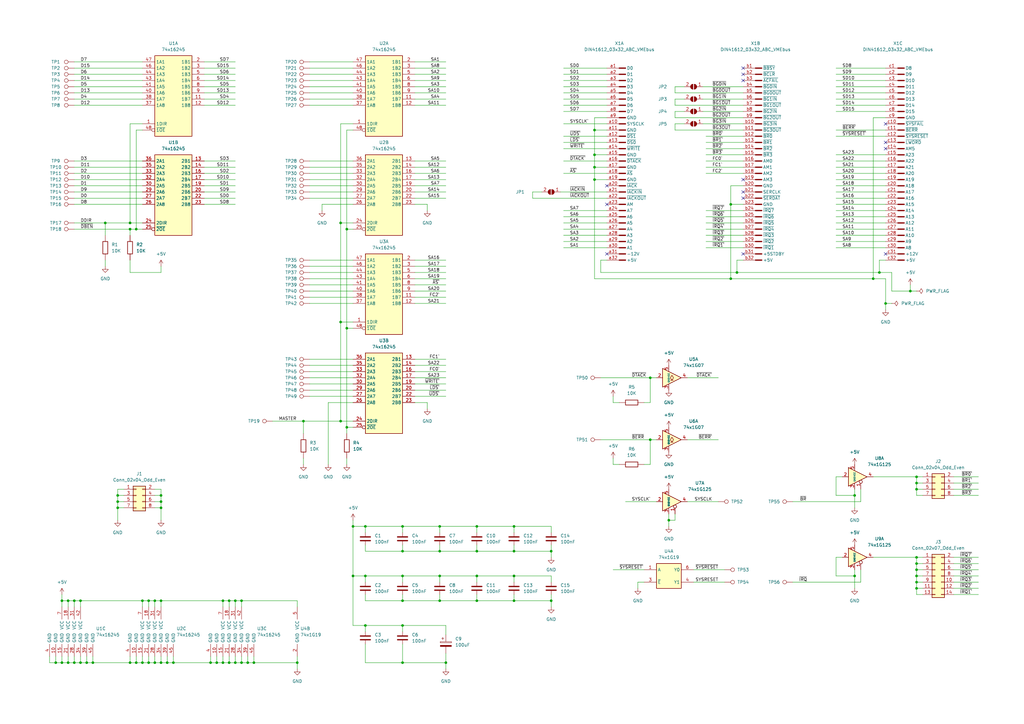
<source format=kicad_sch>
(kicad_sch (version 20211123) (generator eeschema)
  (paper "A3")
  (junction (at 165.1 246.38))
  (junction (at 71.12 271.78))
  (junction (at 25.4 246.38))
  (junction (at 30.48 271.78))
  (junction (at 226.06 226.06))
  (junction (at 96.52 246.38))
  (junction (at 274.32 213.36))
  (junction (at 375.92 233.68))
  (junction (at 375.92 231.14))
  (junction (at 33.02 271.78))
  (junction (at 63.5 271.78))
  (junction (at 165.1 226.06))
  (junction (at 144.78 236.22))
  (junction (at 53.34 271.78))
  (junction (at 165.1 271.78))
  (junction (at 375.92 200.66))
  (junction (at 266.7 154.94))
  (junction (at 93.98 246.38))
  (junction (at 195.58 226.06))
  (junction (at 66.04 208.28))
  (junction (at 165.1 236.22))
  (junction (at 55.88 93.98))
  (junction (at 226.06 246.38))
  (junction (at 139.7 132.08))
  (junction (at 53.34 91.44))
  (junction (at 104.14 271.78))
  (junction (at 142.24 134.62))
  (junction (at 266.7 180.34))
  (junction (at 121.92 271.78))
  (junction (at 66.04 203.2))
  (junction (at 91.44 271.78))
  (junction (at 43.18 91.44))
  (junction (at 180.34 215.9))
  (junction (at 63.5 246.38))
  (junction (at 48.26 203.2))
  (junction (at 165.1 215.9))
  (junction (at 91.44 246.38))
  (junction (at 99.06 271.78))
  (junction (at 96.52 271.78))
  (junction (at 60.96 246.38))
  (junction (at 243.84 68.58))
  (junction (at 66.04 205.74))
  (junction (at 33.02 246.38))
  (junction (at 210.82 236.22))
  (junction (at 180.34 226.06))
  (junction (at 375.92 228.6))
  (junction (at 165.1 256.54))
  (junction (at 99.06 246.38))
  (junction (at 55.88 271.78))
  (junction (at 53.34 93.98))
  (junction (at 375.92 241.3))
  (junction (at 139.7 172.72))
  (junction (at 149.86 236.22))
  (junction (at 375.92 238.76))
  (junction (at 363.22 124.46))
  (junction (at 299.72 83.82))
  (junction (at 22.86 271.78))
  (junction (at 350.52 203.2))
  (junction (at 375.92 236.22))
  (junction (at 142.24 93.98))
  (junction (at 358.14 114.3))
  (junction (at 375.92 195.58))
  (junction (at 88.9 271.78))
  (junction (at 195.58 215.9))
  (junction (at 48.26 208.28))
  (junction (at 350.52 236.22))
  (junction (at 139.7 91.44))
  (junction (at 58.42 246.38))
  (junction (at 373.38 119.38))
  (junction (at 27.94 246.38))
  (junction (at 149.86 215.9))
  (junction (at 48.26 205.74))
  (junction (at 66.04 271.78))
  (junction (at 142.24 175.26))
  (junction (at 35.56 271.78))
  (junction (at 243.84 63.5))
  (junction (at 60.96 271.78))
  (junction (at 210.82 215.9))
  (junction (at 210.82 246.38))
  (junction (at 58.42 271.78))
  (junction (at 180.34 236.22))
  (junction (at 149.86 256.54))
  (junction (at 38.1 271.78))
  (junction (at 86.36 271.78))
  (junction (at 299.72 114.3))
  (junction (at 210.82 226.06))
  (junction (at 68.58 271.78))
  (junction (at 243.84 73.66))
  (junction (at 124.46 172.72))
  (junction (at 360.68 111.76))
  (junction (at 93.98 271.78))
  (junction (at 144.78 215.9))
  (junction (at 101.6 271.78))
  (junction (at 375.92 198.12))
  (junction (at 27.94 271.78))
  (junction (at 180.34 246.38))
  (junction (at 302.26 111.76))
  (junction (at 30.48 246.38))
  (junction (at 195.58 236.22))
  (junction (at 195.58 246.38))
  (junction (at 243.84 53.34))
  (junction (at 25.4 271.78))
  (junction (at 182.88 271.78))
  (junction (at 66.04 246.38))
  (no_connect (at 248.92 83.82))
  (no_connect (at 304.8 30.48))
  (no_connect (at 304.8 27.94))
  (no_connect (at 304.8 81.28))
  (no_connect (at 304.8 73.66))
  (no_connect (at 363.22 50.8))
  (no_connect (at 363.22 104.14))
  (no_connect (at 363.22 58.42))
  (no_connect (at 248.92 104.14))
  (no_connect (at 304.8 104.14))
  (no_connect (at 304.8 78.74))
  (no_connect (at 248.92 76.2))
  (no_connect (at 304.8 33.02))
  (no_connect (at 363.22 60.96))
  (wire (pts (xy 358.14 48.26) (xy 358.14 114.3)))
  (wire (pts (xy 20.32 271.78) (xy 22.86 271.78)))
  (wire (pts (xy 289.56 86.36) (xy 304.8 86.36)))
  (wire (pts (xy 86.36 269.24) (xy 86.36 271.78)))
  (wire (pts (xy 66.04 246.38) (xy 91.44 246.38)))
  (wire (pts (xy 27.94 269.24) (xy 27.94 271.78)))
  (wire (pts (xy 342.9 68.58) (xy 363.22 68.58)))
  (wire (pts (xy 96.52 246.38) (xy 99.06 246.38)))
  (wire (pts (xy 22.86 269.24) (xy 22.86 271.78)))
  (wire (pts (xy 99.06 246.38) (xy 121.92 246.38)))
  (wire (pts (xy 375.92 203.2) (xy 375.92 200.66)))
  (wire (pts (xy 365.76 111.76) (xy 365.76 119.38)))
  (wire (pts (xy 231.14 38.1) (xy 248.92 38.1)))
  (wire (pts (xy 266.7 154.94) (xy 266.7 165.1)))
  (wire (pts (xy 149.86 246.38) (xy 165.1 246.38)))
  (wire (pts (xy 391.16 198.12) (xy 401.32 198.12)))
  (wire (pts (xy 342.9 228.6) (xy 342.9 236.22)))
  (wire (pts (xy 35.56 269.24) (xy 35.56 271.78)))
  (wire (pts (xy 264.16 190.5) (xy 266.7 190.5)))
  (wire (pts (xy 210.82 226.06) (xy 226.06 226.06)))
  (wire (pts (xy 170.18 43.18) (xy 182.88 43.18)))
  (wire (pts (xy 342.9 27.94) (xy 363.22 27.94)))
  (wire (pts (xy 375.92 233.68) (xy 375.92 236.22)))
  (wire (pts (xy 127 157.48) (xy 144.78 157.48)))
  (wire (pts (xy 342.9 33.02) (xy 363.22 33.02)))
  (wire (pts (xy 30.48 43.18) (xy 58.42 43.18)))
  (wire (pts (xy 66.04 269.24) (xy 66.04 271.78)))
  (wire (pts (xy 342.9 195.58) (xy 345.44 195.58)))
  (wire (pts (xy 25.4 271.78) (xy 27.94 271.78)))
  (wire (pts (xy 358.14 114.3) (xy 363.22 114.3)))
  (wire (pts (xy 127 66.04) (xy 144.78 66.04)))
  (wire (pts (xy 342.9 55.88) (xy 363.22 55.88)))
  (wire (pts (xy 180.34 215.9) (xy 180.34 218.44)))
  (wire (pts (xy 281.94 154.94) (xy 294.64 154.94)))
  (wire (pts (xy 58.42 246.38) (xy 60.96 246.38)))
  (wire (pts (xy 170.18 162.56) (xy 182.88 162.56)))
  (wire (pts (xy 83.82 33.02) (xy 96.52 33.02)))
  (wire (pts (xy 68.58 269.24) (xy 68.58 271.78)))
  (wire (pts (xy 345.44 228.6) (xy 342.9 228.6)))
  (wire (pts (xy 144.78 256.54) (xy 149.86 256.54)))
  (wire (pts (xy 274.32 210.82) (xy 274.32 213.36)))
  (wire (pts (xy 276.86 213.36) (xy 274.32 213.36)))
  (wire (pts (xy 391.16 195.58) (xy 401.32 195.58)))
  (wire (pts (xy 375.92 198.12) (xy 375.92 195.58)))
  (wire (pts (xy 375.92 195.58) (xy 378.46 195.58)))
  (wire (pts (xy 391.16 233.68) (xy 401.3211 233.68)))
  (wire (pts (xy 83.82 73.66) (xy 96.52 73.66)))
  (wire (pts (xy 231.14 91.44) (xy 248.92 91.44)))
  (wire (pts (xy 170.18 114.3) (xy 182.88 114.3)))
  (wire (pts (xy 375.92 231.14) (xy 378.46 231.14)))
  (wire (pts (xy 170.18 38.1) (xy 182.88 38.1)))
  (wire (pts (xy 142.24 93.98) (xy 142.24 134.62)))
  (wire (pts (xy 391.16 243.84) (xy 401.3211 243.84)))
  (wire (pts (xy 144.78 50.8) (xy 139.7 50.8)))
  (wire (pts (xy 127 149.86) (xy 144.78 149.86)))
  (wire (pts (xy 175.26 83.82) (xy 175.26 86.36)))
  (wire (pts (xy 127 76.2) (xy 144.78 76.2)))
  (wire (pts (xy 254 165.1) (xy 251.46 165.1)))
  (wire (pts (xy 246.38 154.94) (xy 266.7 154.94)))
  (wire (pts (xy 30.48 66.04) (xy 58.42 66.04)))
  (wire (pts (xy 231.14 30.48) (xy 248.92 30.48)))
  (wire (pts (xy 170.18 81.28) (xy 182.88 81.28)))
  (wire (pts (xy 304.8 106.68) (xy 302.26 106.68)))
  (wire (pts (xy 142.24 187.96) (xy 142.24 190.5)))
  (wire (pts (xy 142.24 134.62) (xy 144.78 134.62)))
  (wire (pts (xy 83.82 35.56) (xy 96.52 35.56)))
  (wire (pts (xy 142.24 53.34) (xy 142.24 93.98)))
  (wire (pts (xy 83.82 76.2) (xy 96.52 76.2)))
  (wire (pts (xy 83.82 25.4) (xy 96.52 25.4)))
  (wire (pts (xy 297.18 233.68) (xy 284.48 233.68)))
  (wire (pts (xy 269.24 205.74) (xy 256.54 205.74)))
  (wire (pts (xy 127 119.38) (xy 144.78 119.38)))
  (wire (pts (xy 60.96 271.78) (xy 63.5 271.78)))
  (wire (pts (xy 30.48 30.48) (xy 58.42 30.48)))
  (wire (pts (xy 373.38 119.38) (xy 375.92 119.38)))
  (wire (pts (xy 53.34 271.78) (xy 55.88 271.78)))
  (wire (pts (xy 299.72 83.82) (xy 299.72 114.3)))
  (wire (pts (xy 142.24 134.62) (xy 142.24 175.26)))
  (wire (pts (xy 358.14 195.58) (xy 375.92 195.58)))
  (wire (pts (xy 276.86 53.34) (xy 276.86 50.8)))
  (wire (pts (xy 144.78 213.36) (xy 144.78 215.9)))
  (wire (pts (xy 25.4 243.84) (xy 25.4 246.38)))
  (wire (pts (xy 30.48 246.38) (xy 33.02 246.38)))
  (wire (pts (xy 180.34 223.52) (xy 180.34 226.06)))
  (wire (pts (xy 111.76 172.72) (xy 124.46 172.72)))
  (wire (pts (xy 231.14 33.02) (xy 248.92 33.02)))
  (wire (pts (xy 127 162.56) (xy 144.78 162.56)))
  (wire (pts (xy 246.38 180.34) (xy 266.7 180.34)))
  (wire (pts (xy 48.26 200.66) (xy 48.26 203.2)))
  (wire (pts (xy 165.1 264.16) (xy 165.1 271.78)))
  (wire (pts (xy 127 116.84) (xy 144.78 116.84)))
  (wire (pts (xy 48.26 205.74) (xy 50.8 205.74)))
  (wire (pts (xy 27.94 271.78) (xy 30.48 271.78)))
  (wire (pts (xy 288.29 50.8) (xy 304.8 50.8)))
  (wire (pts (xy 342.9 73.66) (xy 363.22 73.66)))
  (wire (pts (xy 276.86 210.82) (xy 276.86 213.36)))
  (wire (pts (xy 60.96 246.38) (xy 63.5 246.38)))
  (wire (pts (xy 30.48 25.4) (xy 58.42 25.4)))
  (wire (pts (xy 30.48 38.1) (xy 58.42 38.1)))
  (wire (pts (xy 43.18 91.44) (xy 53.34 91.44)))
  (wire (pts (xy 121.92 246.38) (xy 121.92 248.92)))
  (wire (pts (xy 127 40.64) (xy 144.78 40.64)))
  (wire (pts (xy 342.9 45.72) (xy 363.22 45.72)))
  (wire (pts (xy 127 152.4) (xy 144.78 152.4)))
  (wire (pts (xy 350.52 236.22) (xy 350.52 241.3)))
  (wire (pts (xy 304.8 48.26) (xy 276.86 48.26)))
  (wire (pts (xy 144.78 215.9) (xy 149.86 215.9)))
  (wire (pts (xy 231.14 99.06) (xy 248.92 99.06)))
  (wire (pts (xy 299.72 76.2) (xy 299.72 83.82)))
  (wire (pts (xy 210.82 236.22) (xy 226.06 236.22)))
  (wire (pts (xy 121.92 271.78) (xy 121.92 274.32)))
  (wire (pts (xy 63.5 271.78) (xy 66.04 271.78)))
  (wire (pts (xy 27.94 246.38) (xy 27.94 248.92)))
  (wire (pts (xy 53.34 269.24) (xy 53.34 271.78)))
  (wire (pts (xy 231.14 71.12) (xy 248.92 71.12)))
  (wire (pts (xy 243.84 48.26) (xy 248.92 48.26)))
  (wire (pts (xy 104.14 269.24) (xy 104.14 271.78)))
  (wire (pts (xy 342.9 78.74) (xy 363.22 78.74)))
  (wire (pts (xy 229.87 78.74) (xy 248.92 78.74)))
  (wire (pts (xy 289.56 101.6) (xy 304.8 101.6)))
  (wire (pts (xy 124.46 172.72) (xy 139.7 172.72)))
  (wire (pts (xy 375.92 200.66) (xy 375.92 198.12)))
  (wire (pts (xy 342.9 83.82) (xy 363.22 83.82)))
  (wire (pts (xy 375.92 236.22) (xy 378.46 236.22)))
  (wire (pts (xy 299.72 83.82) (xy 304.8 83.82)))
  (wire (pts (xy 276.86 48.26) (xy 276.86 45.72)))
  (wire (pts (xy 139.7 172.72) (xy 144.78 172.72)))
  (wire (pts (xy 144.78 236.22) (xy 144.78 256.54)))
  (wire (pts (xy 264.16 165.1) (xy 266.7 165.1)))
  (wire (pts (xy 353.06 200.66) (xy 353.06 205.74)))
  (wire (pts (xy 210.82 236.22) (xy 210.82 238.76)))
  (wire (pts (xy 55.88 271.78) (xy 58.42 271.78)))
  (wire (pts (xy 325.12 205.74) (xy 353.06 205.74)))
  (wire (pts (xy 375.92 238.76) (xy 378.46 238.76)))
  (wire (pts (xy 363.22 124.46) (xy 365.76 124.46)))
  (wire (pts (xy 276.86 35.56) (xy 280.67 35.56)))
  (wire (pts (xy 226.06 223.52) (xy 226.06 226.06)))
  (wire (pts (xy 243.84 73.66) (xy 243.84 114.3)))
  (wire (pts (xy 127 114.3) (xy 144.78 114.3)))
  (wire (pts (xy 195.58 236.22) (xy 210.82 236.22)))
  (wire (pts (xy 91.44 246.38) (xy 93.98 246.38)))
  (wire (pts (xy 30.48 269.24) (xy 30.48 271.78)))
  (wire (pts (xy 358.14 228.6) (xy 375.92 228.6)))
  (wire (pts (xy 243.84 63.5) (xy 243.84 68.58)))
  (wire (pts (xy 30.48 78.74) (xy 58.42 78.74)))
  (wire (pts (xy 127 81.28) (xy 144.78 81.28)))
  (wire (pts (xy 88.9 271.78) (xy 91.44 271.78)))
  (wire (pts (xy 66.04 271.78) (xy 68.58 271.78)))
  (wire (pts (xy 149.86 226.06) (xy 165.1 226.06)))
  (wire (pts (xy 373.38 116.84) (xy 373.38 119.38)))
  (wire (pts (xy 342.9 35.56) (xy 363.22 35.56)))
  (wire (pts (xy 53.34 106.68) (xy 53.34 111.76)))
  (wire (pts (xy 93.98 269.24) (xy 93.98 271.78)))
  (wire (pts (xy 96.52 271.78) (xy 99.06 271.78)))
  (wire (pts (xy 124.46 190.5) (xy 124.46 187.96)))
  (wire (pts (xy 289.56 99.06) (xy 304.8 99.06)))
  (wire (pts (xy 53.34 111.76) (xy 66.04 111.76)))
  (wire (pts (xy 342.9 88.9) (xy 363.22 88.9)))
  (wire (pts (xy 363.22 124.46) (xy 363.22 127)))
  (wire (pts (xy 170.18 147.32) (xy 182.88 147.32)))
  (wire (pts (xy 325.12 238.76) (xy 353.06 238.76)))
  (wire (pts (xy 288.29 45.72) (xy 304.8 45.72)))
  (wire (pts (xy 350.52 200.66) (xy 350.52 203.2)))
  (wire (pts (xy 195.58 243.84) (xy 195.58 246.38)))
  (wire (pts (xy 231.14 50.8) (xy 248.92 50.8)))
  (wire (pts (xy 170.18 165.1) (xy 175.26 165.1)))
  (wire (pts (xy 243.84 63.5) (xy 248.92 63.5)))
  (wire (pts (xy 101.6 271.78) (xy 104.14 271.78)))
  (wire (pts (xy 375.92 236.22) (xy 375.92 238.76)))
  (wire (pts (xy 254 190.5) (xy 251.46 190.5)))
  (wire (pts (xy 342.9 99.06) (xy 363.22 99.06)))
  (wire (pts (xy 33.02 271.78) (xy 35.56 271.78)))
  (wire (pts (xy 53.34 50.8) (xy 53.34 91.44)))
  (wire (pts (xy 342.9 236.22) (xy 350.52 236.22)))
  (wire (pts (xy 170.18 76.2) (xy 182.88 76.2)))
  (wire (pts (xy 149.86 236.22) (xy 149.86 238.76)))
  (wire (pts (xy 25.4 246.38) (xy 25.4 248.92)))
  (wire (pts (xy 375.92 238.76) (xy 375.92 241.3)))
  (wire (pts (xy 342.9 66.04) (xy 363.22 66.04)))
  (wire (pts (xy 210.82 215.9) (xy 210.82 218.44)))
  (wire (pts (xy 289.56 63.5) (xy 304.8 63.5)))
  (wire (pts (xy 149.86 256.54) (xy 149.86 259.08)))
  (wire (pts (xy 132.08 83.82) (xy 132.08 86.36)))
  (wire (pts (xy 33.02 246.38) (xy 33.02 248.92)))
  (wire (pts (xy 170.18 154.94) (xy 182.88 154.94)))
  (wire (pts (xy 170.18 27.94) (xy 182.88 27.94)))
  (wire (pts (xy 127 43.18) (xy 144.78 43.18)))
  (wire (pts (xy 342.9 38.1) (xy 363.22 38.1)))
  (wire (pts (xy 251.46 162.56) (xy 251.46 165.1)))
  (wire (pts (xy 274.32 213.36) (xy 274.32 215.9)))
  (wire (pts (xy 60.96 246.38) (xy 60.96 248.92)))
  (wire (pts (xy 294.64 205.74) (xy 281.94 205.74)))
  (wire (pts (xy 99.06 246.38) (xy 99.06 248.92)))
  (wire (pts (xy 43.18 91.44) (xy 43.18 96.52)))
  (wire (pts (xy 243.84 68.58) (xy 248.92 68.58)))
  (wire (pts (xy 93.98 271.78) (xy 96.52 271.78)))
  (wire (pts (xy 30.48 246.38) (xy 30.48 248.92)))
  (wire (pts (xy 30.48 33.02) (xy 58.42 33.02)))
  (wire (pts (xy 91.44 246.38) (xy 91.44 248.92)))
  (wire (pts (xy 170.18 124.46) (xy 182.88 124.46)))
  (wire (pts (xy 99.06 269.24) (xy 99.06 271.78)))
  (wire (pts (xy 210.82 246.38) (xy 226.06 246.38)))
  (wire (pts (xy 170.18 83.82) (xy 175.26 83.82)))
  (wire (pts (xy 243.84 48.26) (xy 243.84 53.34)))
  (wire (pts (xy 83.82 27.94) (xy 96.52 27.94)))
  (wire (pts (xy 63.5 269.24) (xy 63.5 271.78)))
  (wire (pts (xy 99.06 271.78) (xy 101.6 271.78)))
  (wire (pts (xy 170.18 25.4) (xy 182.88 25.4)))
  (wire (pts (xy 210.82 243.84) (xy 210.82 246.38)))
  (wire (pts (xy 139.7 91.44) (xy 139.7 132.08)))
  (wire (pts (xy 266.7 180.34) (xy 269.24 180.34)))
  (wire (pts (xy 127 38.1) (xy 144.78 38.1)))
  (wire (pts (xy 342.9 40.64) (xy 363.22 40.64)))
  (wire (pts (xy 127 111.76) (xy 144.78 111.76)))
  (wire (pts (xy 53.34 91.44) (xy 58.42 91.44)))
  (wire (pts (xy 170.18 106.68) (xy 182.88 106.68)))
  (wire (pts (xy 96.52 269.24) (xy 96.52 271.78)))
  (wire (pts (xy 342.9 71.12) (xy 363.22 71.12)))
  (wire (pts (xy 83.82 68.58) (xy 96.52 68.58)))
  (wire (pts (xy 127 73.66) (xy 144.78 73.66)))
  (wire (pts (xy 144.78 83.82) (xy 132.08 83.82)))
  (wire (pts (xy 66.04 246.38) (xy 66.04 248.92)))
  (wire (pts (xy 342.9 30.48) (xy 363.22 30.48)))
  (wire (pts (xy 231.14 93.98) (xy 248.92 93.98)))
  (wire (pts (xy 264.16 238.76) (xy 261.62 238.76)))
  (wire (pts (xy 30.48 93.98) (xy 53.34 93.98)))
  (wire (pts (xy 96.52 246.38) (xy 96.52 248.92)))
  (wire (pts (xy 144.78 215.9) (xy 144.78 236.22)))
  (wire (pts (xy 101.6 269.24) (xy 101.6 271.78)))
  (wire (pts (xy 30.48 76.2) (xy 58.42 76.2)))
  (wire (pts (xy 63.5 246.38) (xy 63.5 248.92)))
  (wire (pts (xy 243.84 73.66) (xy 248.92 73.66)))
  (wire (pts (xy 375.92 241.3) (xy 378.46 241.3)))
  (wire (pts (xy 342.9 86.36) (xy 363.22 86.36)))
  (wire (pts (xy 83.82 78.74) (xy 96.52 78.74)))
  (wire (pts (xy 350.52 233.68) (xy 350.52 236.22)))
  (wire (pts (xy 289.56 88.9) (xy 304.8 88.9)))
  (wire (pts (xy 231.14 96.52) (xy 248.92 96.52)))
  (wire (pts (xy 30.48 271.78) (xy 33.02 271.78)))
  (wire (pts (xy 127 160.02) (xy 144.78 160.02)))
  (wire (pts (xy 218.44 81.28) (xy 248.92 81.28)))
  (wire (pts (xy 218.44 78.74) (xy 222.25 78.74)))
  (wire (pts (xy 170.18 33.02) (xy 182.88 33.02)))
  (wire (pts (xy 149.86 243.84) (xy 149.86 246.38)))
  (wire (pts (xy 195.58 226.06) (xy 210.82 226.06)))
  (wire (pts (xy 48.26 208.28) (xy 50.8 208.28)))
  (wire (pts (xy 30.48 71.12) (xy 58.42 71.12)))
  (wire (pts (xy 180.34 236.22) (xy 195.58 236.22)))
  (wire (pts (xy 33.02 269.24) (xy 33.02 271.78)))
  (wire (pts (xy 165.1 256.54) (xy 182.88 256.54)))
  (wire (pts (xy 25.4 246.38) (xy 27.94 246.38)))
  (wire (pts (xy 127 25.4) (xy 144.78 25.4)))
  (wire (pts (xy 195.58 236.22) (xy 195.58 238.76)))
  (wire (pts (xy 48.26 208.28) (xy 48.26 213.36)))
  (wire (pts (xy 226.06 236.22) (xy 226.06 238.76)))
  (wire (pts (xy 360.68 111.76) (xy 365.76 111.76)))
  (wire (pts (xy 127 106.68) (xy 144.78 106.68)))
  (wire (pts (xy 231.14 27.94) (xy 248.92 27.94)))
  (wire (pts (xy 91.44 271.78) (xy 93.98 271.78)))
  (wire (pts (xy 127 30.48) (xy 144.78 30.48)))
  (wire (pts (xy 58.42 50.8) (xy 53.34 50.8)))
  (wire (pts (xy 231.14 55.88) (xy 248.92 55.88)))
  (wire (pts (xy 170.18 157.48) (xy 182.88 157.48)))
  (wire (pts (xy 391.16 228.6) (xy 401.3211 228.6)))
  (wire (pts (xy 231.14 60.96) (xy 248.92 60.96)))
  (wire (pts (xy 88.9 269.24) (xy 88.9 271.78)))
  (wire (pts (xy 149.86 264.16) (xy 149.86 271.78)))
  (wire (pts (xy 363.22 106.68) (xy 360.68 106.68)))
  (wire (pts (xy 350.52 203.2) (xy 350.52 208.28)))
  (wire (pts (xy 391.16 236.22) (xy 401.3211 236.22)))
  (wire (pts (xy 165.1 215.9) (xy 165.1 218.44)))
  (wire (pts (xy 127 35.56) (xy 144.78 35.56)))
  (wire (pts (xy 127 109.22) (xy 144.78 109.22)))
  (wire (pts (xy 22.86 271.78) (xy 25.4 271.78)))
  (wire (pts (xy 124.46 172.72) (xy 124.46 177.8)))
  (wire (pts (xy 165.1 271.78) (xy 182.88 271.78)))
  (wire (pts (xy 149.86 223.52) (xy 149.86 226.06)))
  (wire (pts (xy 170.18 68.58) (xy 182.88 68.58)))
  (wire (pts (xy 289.56 60.96) (xy 304.8 60.96)))
  (wire (pts (xy 144.78 53.34) (xy 142.24 53.34)))
  (wire (pts (xy 93.98 246.38) (xy 93.98 248.92)))
  (wire (pts (xy 231.14 101.6) (xy 248.92 101.6)))
  (wire (pts (xy 365.76 119.38) (xy 373.38 119.38)))
  (wire (pts (xy 83.82 83.82) (xy 96.52 83.82)))
  (wire (pts (xy 71.12 271.78) (xy 86.36 271.78)))
  (wire (pts (xy 231.14 66.04) (xy 248.92 66.04)))
  (wire (pts (xy 180.34 215.9) (xy 195.58 215.9)))
  (wire (pts (xy 246.38 106.68) (xy 246.38 111.76)))
  (wire (pts (xy 71.12 269.24) (xy 71.12 271.78)))
  (wire (pts (xy 391.16 200.66) (xy 401.32 200.66)))
  (wire (pts (xy 142.24 93.98) (xy 144.78 93.98)))
  (wire (pts (xy 358.14 48.26) (xy 363.22 48.26)))
  (wire (pts (xy 289.56 68.58) (xy 304.8 68.58)))
  (wire (pts (xy 127 33.02) (xy 144.78 33.02)))
  (wire (pts (xy 149.86 271.78) (xy 165.1 271.78)))
  (wire (pts (xy 289.56 58.42) (xy 304.8 58.42)))
  (wire (pts (xy 360.68 106.68) (xy 360.68 111.76)))
  (wire (pts (xy 182.88 271.78) (xy 182.88 274.32)))
  (wire (pts (xy 66.04 205.74) (xy 66.04 208.28)))
  (wire (pts (xy 170.18 111.76) (xy 182.88 111.76)))
  (wire (pts (xy 165.1 223.52) (xy 165.1 226.06)))
  (wire (pts (xy 342.9 63.5) (xy 363.22 63.5)))
  (wire (pts (xy 139.7 50.8) (xy 139.7 91.44)))
  (wire (pts (xy 170.18 71.12) (xy 182.88 71.12)))
  (wire (pts (xy 246.38 106.68) (xy 248.92 106.68)))
  (wire (pts (xy 93.98 246.38) (xy 96.52 246.38)))
  (wire (pts (xy 55.88 269.24) (xy 55.88 271.78)))
  (wire (pts (xy 127 27.94) (xy 144.78 27.94)))
  (wire (pts (xy 375.92 228.6) (xy 375.92 231.14)))
  (wire (pts (xy 281.94 180.34) (xy 294.64 180.34)))
  (wire (pts (xy 30.48 91.44) (xy 43.18 91.44)))
  (wire (pts (xy 231.14 86.36) (xy 248.92 86.36)))
  (wire (pts (xy 63.5 246.38) (xy 66.04 246.38)))
  (wire (pts (xy 342.9 203.2) (xy 342.9 195.58)))
  (wire (pts (xy 149.86 215.9) (xy 149.86 218.44)))
  (wire (pts (xy 86.36 271.78) (xy 88.9 271.78)))
  (wire (pts (xy 304.8 43.18) (xy 276.86 43.18)))
  (wire (pts (xy 30.48 68.58) (xy 58.42 68.58)))
  (wire (pts (xy 170.18 149.86) (xy 182.88 149.86)))
  (wire (pts (xy 210.82 223.52) (xy 210.82 226.06)))
  (wire (pts (xy 58.42 53.34) (xy 55.88 53.34)))
  (wire (pts (xy 48.26 203.2) (xy 48.26 205.74)))
  (wire (pts (xy 246.38 111.76) (xy 302.26 111.76)))
  (wire (pts (xy 55.88 93.98) (xy 58.42 93.98)))
  (wire (pts (xy 353.06 233.68) (xy 353.06 238.76)))
  (wire (pts (xy 342.9 91.44) (xy 363.22 91.44)))
  (wire (pts (xy 182.88 267.97) (xy 182.88 271.78)))
  (wire (pts (xy 165.1 243.84) (xy 165.1 246.38)))
  (wire (pts (xy 231.14 43.18) (xy 248.92 43.18)))
  (wire (pts (xy 165.1 236.22) (xy 180.34 236.22)))
  (wire (pts (xy 304.8 38.1) (xy 276.86 38.1)))
  (wire (pts (xy 375.92 233.68) (xy 378.46 233.68)))
  (wire (pts (xy 302.26 106.68) (xy 302.26 111.76)))
  (wire (pts (xy 375.92 198.12) (xy 378.46 198.12)))
  (wire (pts (xy 251.46 187.96) (xy 251.46 190.5)))
  (wire (pts (xy 139.7 132.08) (xy 139.7 172.72)))
  (wire (pts (xy 104.14 271.78) (xy 121.92 271.78)))
  (wire (pts (xy 276.86 50.8) (xy 280.67 50.8)))
  (wire (pts (xy 375.92 231.14) (xy 375.92 233.68)))
  (wire (pts (xy 83.82 38.1) (xy 96.52 38.1)))
  (wire (pts (xy 302.26 111.76) (xy 360.68 111.76)))
  (wire (pts (xy 180.34 246.38) (xy 195.58 246.38)))
  (wire (pts (xy 175.26 165.1) (xy 175.26 167.64)))
  (wire (pts (xy 149.86 215.9) (xy 165.1 215.9)))
  (wire (pts (xy 30.48 73.66) (xy 58.42 73.66)))
  (wire (pts (xy 63.5 205.74) (xy 66.04 205.74)))
  (wire (pts (xy 195.58 215.9) (xy 210.82 215.9)))
  (wire (pts (xy 226.06 226.06) (xy 226.06 228.6)))
  (wire (pts (xy 297.18 238.76) (xy 284.48 238.76)))
  (wire (pts (xy 243.84 53.34) (xy 248.92 53.34)))
  (wire (pts (xy 226.06 246.38) (xy 226.06 248.92)))
  (wire (pts (xy 58.42 271.78) (xy 60.96 271.78)))
  (wire (pts (xy 127 68.58) (xy 144.78 68.58)))
  (wire (pts (xy 48.26 205.74) (xy 48.26 208.28)))
  (wire (pts (xy 375.92 241.3) (xy 375.92 243.84)))
  (wire (pts (xy 288.29 40.64) (xy 304.8 40.64)))
  (wire (pts (xy 63.5 203.2) (xy 66.04 203.2)))
  (wire (pts (xy 210.82 215.9) (xy 226.06 215.9)))
  (wire (pts (xy 134.62 165.1) (xy 134.62 190.5)))
  (wire (pts (xy 170.18 66.04) (xy 182.88 66.04)))
  (wire (pts (xy 342.9 96.52) (xy 363.22 96.52)))
  (wire (pts (xy 231.14 35.56) (xy 248.92 35.56)))
  (wire (pts (xy 231.14 88.9) (xy 248.92 88.9)))
  (wire (pts (xy 127 121.92) (xy 144.78 121.92)))
  (wire (pts (xy 243.84 68.58) (xy 243.84 73.66)))
  (wire (pts (xy 66.04 109.22) (xy 66.04 111.76)))
  (wire (pts (xy 83.82 81.28) (xy 96.52 81.28)))
  (wire (pts (xy 165.1 256.54) (xy 165.1 259.08)))
  (wire (pts (xy 30.48 35.56) (xy 58.42 35.56)))
  (wire (pts (xy 378.46 203.2) (xy 375.92 203.2)))
  (wire (pts (xy 289.56 91.44) (xy 304.8 91.44)))
  (wire (pts (xy 30.48 40.64) (xy 58.42 40.64)))
  (wire (pts (xy 391.16 241.3) (xy 401.3211 241.3)))
  (wire (pts (xy 63.5 200.66) (xy 66.04 200.66)))
  (wire (pts (xy 30.48 81.28) (xy 58.42 81.28)))
  (wire (pts (xy 20.32 269.24) (xy 20.32 271.78)))
  (wire (pts (xy 165.1 215.9) (xy 180.34 215.9)))
  (wire (pts (xy 165.1 236.22) (xy 165.1 238.76)))
  (wire (pts (xy 226.06 215.9) (xy 226.06 218.44)))
  (wire (pts (xy 289.56 96.52) (xy 304.8 96.52)))
  (wire (pts (xy 261.62 238.76) (xy 261.62 241.3)))
  (wire (pts (xy 170.18 116.84) (xy 182.88 116.84)))
  (wire (pts (xy 304.8 53.34) (xy 276.86 53.34)))
  (wire (pts (xy 66.04 208.28) (xy 66.04 213.36)))
  (wire (pts (xy 83.82 30.48) (xy 96.52 30.48)))
  (wire (pts (xy 165.1 226.06) (xy 180.34 226.06)))
  (wire (pts (xy 144.78 236.22) (xy 149.86 236.22)))
  (wire (pts (xy 165.1 246.38) (xy 180.34 246.38)))
  (wire (pts (xy 170.18 30.48) (xy 182.88 30.48)))
  (wire (pts (xy 195.58 246.38) (xy 210.82 246.38)))
  (wire (pts (xy 149.86 236.22) (xy 165.1 236.22)))
  (wire (pts (xy 91.44 269.24) (xy 91.44 271.78)))
  (wire (pts (xy 342.9 53.34) (xy 363.22 53.34)))
  (wire (pts (xy 231.14 45.72) (xy 248.92 45.72)))
  (wire (pts (xy 149.86 256.54) (xy 165.1 256.54)))
  (wire (pts (xy 289.56 71.12) (xy 304.8 71.12)))
  (wire (pts (xy 288.29 35.56) (xy 304.8 35.56)))
  (wire (pts (xy 83.82 71.12) (xy 96.52 71.12)))
  (wire (pts (xy 350.52 203.2) (xy 342.9 203.2)))
  (wire (pts (xy 53.34 93.98) (xy 55.88 93.98)))
  (wire (pts (xy 127 71.12) (xy 144.78 71.12)))
  (wire (pts (xy 342.9 43.18) (xy 363.22 43.18)))
  (wire (pts (xy 180.34 236.22) (xy 180.34 238.76)))
  (wire (pts (xy 170.18 152.4) (xy 182.88 152.4)))
  (wire (pts (xy 38.1 269.24) (xy 38.1 271.78)))
  (wire (pts (xy 170.18 121.92) (xy 182.88 121.92)))
  (wire (pts (xy 276.86 38.1) (xy 276.86 35.56)))
  (wire (pts (xy 170.18 40.64) (xy 182.88 40.64)))
  (wire (pts (xy 180.34 226.06) (xy 195.58 226.06)))
  (wire (pts (xy 170.18 73.66) (xy 182.88 73.66)))
  (wire (pts (xy 289.56 55.88) (xy 304.8 55.88)))
  (wire (pts (xy 50.8 200.66) (xy 48.26 200.66)))
  (wire (pts (xy 127 124.46) (xy 144.78 124.46)))
  (wire (pts (xy 121.92 269.24) (xy 121.92 271.78)))
  (wire (pts (xy 144.78 165.1) (xy 134.62 165.1)))
  (wire (pts (xy 276.86 40.64) (xy 280.67 40.64)))
  (wire (pts (xy 289.56 93.98) (xy 304.8 93.98)))
  (wire (pts (xy 391.16 238.76) (xy 401.3211 238.76)))
  (wire (pts (xy 30.48 27.94) (xy 58.42 27.94)))
  (wire (pts (xy 266.7 154.94) (xy 269.24 154.94)))
  (wire (pts (xy 58.42 269.24) (xy 58.42 271.78)))
  (wire (pts (xy 68.58 271.78) (xy 71.12 271.78)))
  (wire (pts (xy 182.88 256.54) (xy 182.88 260.35)))
  (wire (pts (xy 276.86 43.18) (xy 276.86 40.64)))
  (wire (pts (xy 375.92 228.6) (xy 378.46 228.6)))
  (wire (pts (xy 38.1 271.78) (xy 53.34 271.78)))
  (wire (pts (xy 127 154.94) (xy 144.78 154.94)))
  (wire (pts (xy 342.9 76.2) (xy 363.22 76.2)))
  (wire (pts (xy 170.18 160.02) (xy 182.88 160.02)))
  (wire (pts (xy 139.7 91.44) (xy 144.78 91.44)))
  (wire (pts (xy 30.48 83.82) (xy 58.42 83.82)))
  (wire (pts (xy 58.42 246.38) (xy 58.42 248.92)))
  (wire (pts (xy 170.18 119.38) (xy 182.88 119.38)))
  (wire (pts (xy 142.24 175.26) (xy 142.24 177.8)))
  (wire (pts (xy 363.22 114.3) (xy 363.22 124.46)))
  (wire (pts (xy 48.26 203.2) (xy 50.8 203.2)))
  (wire (pts (xy 170.18 35.56) (xy 182.88 35.56)))
  (wire (pts (xy 53.34 93.98) (xy 53.34 96.52)))
  (wire (pts (xy 55.88 53.34) (xy 55.88 93.98)))
  (wire (pts (xy 139.7 132.08) (xy 144.78 132.08)))
  (wire (pts (xy 391.16 203.2) (xy 401.32 203.2)))
  (wire (pts (xy 180.34 243.84) (xy 180.34 246.38)))
  (wire (pts (xy 375.92 200.66) (xy 378.46 200.66)))
  (wire (pts (xy 170.18 109.22) (xy 182.88 109.22)))
  (wire (pts (xy 226.06 243.84) (xy 226.06 246.38)))
  (wire (pts (xy 378.46 243.84) (xy 375.92 243.84)))
  (wire (pts (xy 66.04 203.2) (xy 66.04 205.74)))
  (wire (pts (xy 25.4 269.24) (xy 25.4 271.78)))
  (wire (pts (xy 83.82 40.64) (xy 96.52 40.64)))
  (wire (pts (xy 83.82 66.04) (xy 96.52 66.04)))
  (wire (pts (xy 391.16 231.14) (xy 401.3211 231.14)))
  (wire (pts (xy 342.9 93.98) (xy 363.22 93.98)))
  (wire (pts (xy 231.14 58.42) (xy 248.92 58.42)))
  (wire (pts (xy 33.02 246.38) (xy 58.42 246.38)))
  (wire (pts (xy 243.84 114.3) (xy 299.72 114.3)))
  (wire (pts (xy 195.58 223.52) (xy 195.58 226.06)))
  (wire (pts (xy 170.18 78.74) (xy 182.88 78.74)))
  (wire (pts (xy 127 78.74) (xy 144.78 78.74)))
  (wire (pts (xy 66.04 200.66) (xy 66.04 203.2)))
  (wire (pts (xy 127 147.32) (xy 144.78 147.32)))
  (wire (pts (xy 63.5 208.28) (xy 66.04 208.28)))
  (wire (pts (xy 142.24 175.26) (xy 144.78 175.26)))
  (wire (pts (xy 60.96 269.24) (xy 60.96 271.78)))
  (wire (pts (xy 264.16 233.68) (xy 251.46 233.68)))
  (wire (pts (xy 83.82 43.18) (xy 96.52 43.18)))
  (wire (pts (xy 342.9 101.6) (xy 363.22 101.6)))
  (wire (pts (xy 289.56 66.04) (xy 304.8 66.04)))
  (wire (pts (xy 266.7 180.34) (xy 266.7 190.5)))
  (wire (pts (xy 35.56 271.78) (xy 38.1 271.78)))
  (wire (pts (xy 276.86 45.72) (xy 280.67 45.72)))
  (wire (pts (xy 218.44 81.28) (xy 218.44 78.74)))
  (wire (pts (xy 43.18 106.68) (xy 43.18 109.22)))
  (wire (pts (xy 231.14 40.64) (xy 248.92 40.64)))
  (wire (pts (xy 342.9 81.28) (xy 363.22 81.28)))
  (wire (pts (xy 195.58 215.9) (xy 195.58 218.44)))
  (wire (pts (xy 304.8 76.2) (xy 299.72 76.2)))
  (wire (pts (xy 299.72 114.3) (xy 358.14 114.3)))
  (wire (pts (xy 243.84 53.34) (xy 243.84 63.5)))
  (wire (pts (xy 27.94 246.38) (xy 30.48 246.38)))
  (label "SD12" (at 93.98 43.18 180))
  (label "~{IRQ4`}" (at 292.0989 93.98 0))
  (label "D13" (at 33.02 38.1 0))
  (label "SA7" (at 233.68 86.36 0))
  (label "SA16" (at 345.44 81.28 0))
  (label "SD1" (at 233.68 30.48 0))
  (label "D15" (at 33.02 27.94 0))
  (label "SA8" (at 180.34 27.94 180))
  (label "SA4" (at 180.34 40.64 180))
  (label "SA20" (at 345.44 71.12 0))
  (label "SA6" (at 233.68 88.9 0))
  (label "~{SYSRESET}" (at 294.64 233.68 180))
  (label "~{BG0IN}" (at 292.1 35.56 0))
  (label "SD11" (at 93.98 68.58 180))
  (label "SA15" (at 180.34 81.28 180))
  (label "D12" (at 33.02 43.18 0))
  (label "~{IRQ6`}" (at 292.1 88.9 0))
  (label "SYSCLK`" (at 233.68 50.8 0))
  (label "FC0`" (at 292.1 66.04 0))
  (label "SD14" (at 93.98 33.02 180))
  (label "~{WRITE`}" (at 180.34 157.48 180))
  (label "~{BG1IN}" (at 292.1 40.64 0))
  (label "~{IRQ5`}" (at 398.78 233.68 180))
  (label "SA9" (at 345.44 99.06 0))
  (label "MASTER" (at 114.3 172.72 0))
  (label "SD9" (at 345.44 30.48 0))
  (label "~{IRQ7`}" (at 398.78 228.6 180))
  (label "D10" (at 33.02 73.66 0))
  (label "SA23" (at 180.34 154.94 180))
  (label "SA4" (at 233.68 93.98 0))
  (label "~{IRQ3`}" (at 292.1 96.52 0))
  (label "~{BERR`}" (at 345.44 53.34 0))
  (label "SD6" (at 233.68 43.18 0))
  (label "D2" (at 33.02 71.12 0))
  (label "~{BR3`}" (at 292.1 63.5 0))
  (label "~{WRITE`}" (at 233.68 60.96 0))
  (label "SA12" (at 345.44 91.44 0))
  (label "SD4" (at 93.98 40.64 180))
  (label "SD6" (at 93.98 30.48 180))
  (label "SA17" (at 180.34 109.22 180))
  (label "DDIR" (at 33.02 91.44 0))
  (label "SD9" (at 93.98 78.74 180))
  (label "~{IACKOUT}" (at 233.68 81.28 0))
  (label "SA5" (at 233.68 91.44 0))
  (label "SA14" (at 180.34 78.74 180))
  (label "D6" (at 33.02 30.48 0))
  (label "D0" (at 33.02 81.28 0))
  (label "SD2" (at 233.68 33.02 0))
  (label "~{BR0`}" (at 292.1 55.88 0))
  (label "~{BR2`}" (at 292.1 60.96 0))
  (label "SA3" (at 180.34 35.56 180))
  (label "SYSRESET" (at 294.64 238.76 180))
  (label "~{IRQ7`}" (at 292.1 86.36 0))
  (label "~{IRQ5`}" (at 292.1 91.44 0))
  (label "SA20" (at 180.34 119.38 180))
  (label "SD10" (at 93.98 73.66 180))
  (label "~{AS`}" (at 233.68 71.12 0))
  (label "SD15" (at 93.98 27.94 180))
  (label "SA2" (at 180.34 30.48 180))
  (label "FC2`" (at 292.1 71.12 0))
  (label "SA2" (at 233.68 99.06 0))
  (label "~{BERR`}" (at 292.1 180.34 180))
  (label "SD11" (at 345.44 35.56 0))
  (label "FC2`" (at 180.34 121.92 180))
  (label "SA21" (at 345.44 68.58 0))
  (label "SD8" (at 345.44 27.94 0))
  (label "SA21" (at 180.34 124.46 180))
  (label "SA18" (at 180.34 111.76 180))
  (label "~{BR1`}" (at 398.78 198.12 180))
  (label "SA23" (at 345.44 63.5 0))
  (label "FC1`" (at 180.34 147.32 180))
  (label "~{AS`}" (at 180.34 116.84 180))
  (label "SD3" (at 93.98 66.04 180))
  (label "D8" (at 33.02 83.82 0))
  (label "SD2" (at 93.98 71.12 180))
  (label "D7" (at 33.02 25.4 0))
  (label "~{IRQ3`}" (at 398.78 238.76 180))
  (label "~{DTACK`}" (at 292.1 154.94 180))
  (label "SD5" (at 93.98 35.56 180))
  (label "~{DTACK}" (at 259.08 154.94 0))
  (label "SD3" (at 233.68 35.56 0))
  (label "SA16" (at 180.34 106.68 180))
  (label "~{IRQ1`}" (at 398.78 243.84 180))
  (label "~{DTACK`}" (at 233.68 66.04 0))
  (label "~{BG2OUT}" (at 292.1 48.26 0))
  (label "~{BG2IN}" (at 292.1 45.72 0))
  (label "~{IRQ2`}" (at 292.0989 99.06 0))
  (label "FC0`" (at 180.34 152.4 180))
  (label "~{BG3OUT}" (at 292.1 53.34 0))
  (label "~{LDS`}" (at 180.34 160.02 180))
  (label "SA22" (at 180.34 149.86 180))
  (label "D5" (at 33.02 35.56 0))
  (label "~{BG1OUT}" (at 292.1 43.18 0))
  (label "SD4" (at 233.68 38.1 0))
  (label "SD5" (at 233.68 40.64 0))
  (label "~{DBEN}" (at 33.02 93.98 0))
  (label "SYSCLK" (at 292.1 205.74 180))
  (label "D11" (at 33.02 68.58 0))
  (label "FC1`" (at 292.1 68.58 0))
  (label "~{BERR}" (at 259.08 180.34 0))
  (label "SD1" (at 93.98 76.2 180))
  (label "~{IRQ1`}" (at 292.1 101.6 0))
  (label "~{BG0OUT}" (at 292.1 38.1 0))
  (label "SA5" (at 180.34 66.04 180))
  (label "SA19" (at 180.34 114.3 180))
  (label "SD7" (at 93.98 25.4 180))
  (label "D3" (at 33.02 66.04 0))
  (label "SA6" (at 180.34 71.12 180))
  (label "~{BR0`}" (at 398.78 195.58 180))
  (label "SA8" (at 345.44 101.6 0))
  (label "SD8" (at 93.98 83.82 180))
  (label "SA15" (at 345.44 83.82 0))
  (label "SA1" (at 233.68 101.6 0))
  (label "~{BG3IN}" (at 292.1 50.8 0))
  (label "SA11" (at 345.44 93.98 0))
  (label "SD0" (at 93.98 81.28 180))
  (label "SA12" (at 180.34 68.58 180))
  (label "~{IRQ6`}" (at 398.78 231.14 180))
  (label "SA14" (at 345.44 86.36 0))
  (label "SA3" (at 233.68 96.52 0))
  (label "~{BR3`}" (at 398.78 203.2 180))
  (label "SA10" (at 345.44 96.52 0))
  (label "SYSCLK`" (at 259.08 205.74 0))
  (label "~{LDS`}" (at 233.68 58.42 0))
  (label "SD15" (at 345.44 45.72 0))
  (label "SD0" (at 233.68 27.94 0))
  (label "~{UDS`}" (at 233.68 55.88 0))
  (label "D1" (at 33.02 76.2 0))
  (label "SA1" (at 180.34 25.4 180))
  (label "SD7" (at 233.68 45.72 0))
  (label "SA22" (at 345.44 66.04 0))
  (label "~{UDS`}" (at 180.34 162.56 180))
  (label "SD10" (at 345.44 33.02 0))
  (label "SA10" (at 180.34 38.1 180))
  (label "SD12" (at 345.44 38.1 0))
  (label "~{SYSRESET`}" (at 254 233.68 0))
  (label "~{BR2`}" (at 398.78 200.66 180))
  (label "~{BR1`}" (at 292.1 58.42 0))
  (label "SA9" (at 180.34 33.02 180))
  (label "D4" (at 33.02 40.64 0))
  (label "SA17" (at 345.44 78.74 0))
  (label "D9" (at 33.02 78.74 0))
  (label "SA18" (at 345.44 76.2 0))
  (label "SD14" (at 345.44 43.18 0))
  (label "SD13" (at 93.98 38.1 180))
  (label "~{IRQ}" (at 327.66 238.76 0))
  (label "SA13" (at 180.34 73.66 180))
  (label "~{IRQ2`}" (at 398.7811 241.3 180))
  (label "~{IACKIN}" (at 233.68 78.74 0))
  (label "D14" (at 33.02 33.02 0))
  (label "~{IRQ4`}" (at 398.7811 236.22 180))
  (label "SD13" (at 345.44 40.64 0))
  (label "~{SYSRESET`}" (at 345.44 55.88 0))
  (label "SA19" (at 345.44 73.66 0))
  (label "SA7" (at 180.34 76.2 180))
  (label "SA13" (at 345.44 88.9 0))
  (label "SA11" (at 180.34 43.18 180))
  (label "~{BR}" (at 328.0504 205.74 0))
  (symbol (lib_id "COMET_symbols:R") (at 53.34 101.6 180) (unit 1)
    (property "Reference" "R2" (at 55.88 100.3299 0) (effects (justify right)))
    (property "Value" "10K" (at 55.88 102.8699 0) (effects (justify right)))
    (property "Footprint" "COMET_footprints:R_SMD0805" (effects hide))
  )
  (symbol (lib_id "Connector:TestPoint") (at 246.38 154.94 90) (mirror x) (unit 1)
    (property "Reference" "TP50" (at 238.76 154.94 90))
    (property "Value" "TestPoint" (effects hide))
    (property "Footprint" "TestPoint:TestPoint_Loop_D1.80mm_Drill1.0mm_Beaded" (effects hide))
  )
  (symbol (lib_id "Connector:TestPoint") (at 30.48 78.74 90) (mirror x) (unit 1)
    (property "Reference" "TP14" (at 22.86 78.74 90))
    (property "Value" "TestPoint" (effects hide))
    (property "Footprint" "TestPoint:TestPoint_Loop_D1.80mm_Drill1.0mm_Beaded" (effects hide))
  )
  (symbol (lib_id "power:+5V") (at 350.52 190.5 0) (unit 1)
    (property "Reference" "#PWR026" (effects hide))
    (property "Value" "+5V" (at 350.52 185.42 0))
  )
  (symbol (lib_id "COMET_symbols:74x16245") (at 27.94 259.08 0) (unit 3)
    (property "Reference" "U1" (at 39.37 257.8099 0) (effects (justify left)))
    (property "Value" "74x16245" (at 39.37 260.3499 0) (effects (justify left)))
    (property "Footprint" "COMET_footprints:Package_SSOP48-1" (effects hide))
  )
  (symbol (lib_id "power:GND") (at 66.04 213.36 0) (unit 1)
    (property "Reference" "#PWR05" (effects hide))
    (property "Value" "GND" (at 66.04 218.44 0))
  )
  (symbol (lib_id "Connector:TestPoint") (at 297.18 238.76 270) (unit 1)
    (property "Reference" "TP54" (at 304.8 238.76 90))
    (property "Value" "TestPoint" (effects hide))
    (property "Footprint" "TestPoint:TestPoint_Loop_D1.80mm_Drill1.0mm_Beaded" (effects hide))
  )
  (symbol (lib_id "Connector:TestPoint") (at 127 68.58 90) (mirror x) (unit 1)
    (property "Reference" "TP29" (at 119.38 68.58 90))
    (property "Value" "TestPoint" (effects hide))
    (property "Footprint" "TestPoint:TestPoint_Loop_D1.80mm_Drill1.0mm_Beaded" (effects hide))
  )
  (symbol (lib_id "Connector:TestPoint") (at 111.76 172.72 90) (mirror x) (unit 1)
    (property "Reference" "TP19" (at 104.14 172.72 90))
    (property "Value" "TestPoint" (effects hide))
    (property "Footprint" "TestPoint:TestPoint_Loop_D1.80mm_Drill1.0mm_Beaded" (effects hide))
  )
  (symbol (lib_id "COMET_symbols:74x16245") (at 157.48 160.02 0) (unit 2)
    (property "Reference" "U3" (at 157.48 139.7 0))
    (property "Value" "74x16245" (at 157.48 142.24 0))
    (property "Footprint" "COMET_footprints:Package_SSOP48-1" (effects hide))
  )
  (symbol (lib_id "COMET_symbols:74x16245") (at 71.12 78.74 0) (unit 2)
    (property "Reference" "U1" (at 71.12 58.42 0))
    (property "Value" "74x16245" (at 71.12 60.96 0))
    (property "Footprint" "COMET_footprints:Package_SSOP48-1" (effects hide))
  )
  (symbol (lib_id "COMET_symbols:C") (at 226.06 220.98 0) (unit 1)
    (property "Reference" "C14" (at 229.87 219.7099 0) (effects (justify left)))
    (property "Value" "100nF" (at 229.87 222.2499 0) (effects (justify left)))
    (property "Footprint" "COMET_footprints:C_SMD0805" (effects hide))
  )
  (symbol (lib_id "Connector:TestPoint") (at 127 149.86 90) (mirror x) (unit 1)
    (property "Reference" "TP44" (at 119.38 149.86 90))
    (property "Value" "TestPoint" (effects hide))
    (property "Footprint" "TestPoint:TestPoint_Loop_D1.80mm_Drill1.0mm_Beaded" (effects hide))
  )
  (symbol (lib_id "Connector:TestPoint") (at 127 116.84 90) (mirror x) (unit 1)
    (property "Reference" "TP39" (at 119.38 116.84 90))
    (property "Value" "TestPoint" (effects hide))
    (property "Footprint" "TestPoint:TestPoint_Loop_D1.80mm_Drill1.0mm_Beaded" (effects hide))
  )
  (symbol (lib_id "Connector:TestPoint") (at 127 106.68 90) (mirror x) (unit 1)
    (property "Reference" "TP35" (at 119.38 106.68 90))
    (property "Value" "TestPoint" (effects hide))
    (property "Footprint" "TestPoint:TestPoint_Loop_D1.80mm_Drill1.0mm_Beaded" (effects hide))
  )
  (symbol (lib_id "Connector:TestPoint") (at 297.18 233.68 270) (unit 1)
    (property "Reference" "TP53" (at 304.8 233.68 90))
    (property "Value" "TestPoint" (effects hide))
    (property "Footprint" "TestPoint:TestPoint_Loop_D1.80mm_Drill1.0mm_Beaded" (effects hide))
  )
  (symbol (lib_id "power:GND") (at 274.32 185.42 0) (unit 1)
    (property "Reference" "#PWR023" (effects hide))
    (property "Value" "GND" (at 274.32 190.5 0))
  )
  (symbol (lib_id "Connector:TestPoint") (at 30.48 68.58 90) (mirror x) (unit 1)
    (property "Reference" "TP10" (at 22.86 68.58 90))
    (property "Value" "TestPoint" (effects hide))
    (property "Footprint" "TestPoint:TestPoint_Loop_D1.80mm_Drill1.0mm_Beaded" (effects hide))
  )
  (symbol (lib_id "COMET_symbols:74x1G125") (at 350.52 195.58 0) (unit 2)
    (property "Reference" "U8" (effects hide))
    (property "Value" "74x1G125" (effects hide))
    (property "Footprint" "COMET_footprints:Package_SOT23-5" (effects hide))
  )
  (symbol (lib_id "power:+5V") (at 274.32 149.86 0) (unit 1)
    (property "Reference" "#PWR020" (effects hide))
    (property "Value" "+5V" (at 274.32 144.78 0))
  )
  (symbol (lib_id "COMET_symbols:C") (at 195.58 241.3 0) (unit 1)
    (property "Reference" "C11" (at 199.39 240.0299 0) (effects (justify left)))
    (property "Value" "100nF" (at 199.39 242.5699 0) (effects (justify left)))
    (property "Footprint" "COMET_footprints:C_SMD0805" (effects hide))
  )
  (symbol (lib_id "COMET_symbols:74x1G125") (at 274.32 205.74 0) (unit 2)
    (property "Reference" "U7" (effects hide))
    (property "Value" "74x1G125" (effects hide))
    (property "Footprint" "COMET_footprints:Package_SOT23-5" (effects hide))
  )
  (symbol (lib_id "Jumper:SolderJumper_2_Open") (at 284.48 40.64 0) (mirror y) (unit 1)
    (property "Reference" "JP3" (at 271.78 40.64 0))
    (property "Value" "SolderJumper_2_Open" (effects hide))
    (property "Footprint" "Jumper:SolderJumper-2_P1.3mm_Open_TrianglePad1.0x1.5mm" (effects hide))
  )
  (symbol (lib_id "COMET_symbols:74x1G125") (at 350.52 195.58 0) (unit 1)
    (property "Reference" "U8" (at 360.68 187.96 0))
    (property "Value" "74x1G125" (at 360.68 190.5 0))
    (property "Footprint" "COMET_footprints:Package_SOT23-5" (effects hide))
  )
  (symbol (lib_id "power:GND") (at 350.52 208.28 0) (unit 1)
    (property "Reference" "#PWR027" (effects hide))
    (property "Value" "GND" (at 350.52 213.36 0))
  )
  (symbol (lib_id "COMET_symbols:74x16245") (at 157.48 78.74 0) (unit 2)
    (property "Reference" "U2" (at 157.48 58.42 0))
    (property "Value" "74x16245" (at 157.48 60.96 0))
    (property "Footprint" "COMET_footprints:Package_SSOP48-1" (effects hide))
  )
  (symbol (lib_id "Connector:TestPoint") (at 127 30.48 90) (mirror x) (unit 1)
    (property "Reference" "TP22" (at 119.38 30.48 90))
    (property "Value" "TestPoint" (effects hide))
    (property "Footprint" "TestPoint:TestPoint_Loop_D1.80mm_Drill1.0mm_Beaded" (effects hide))
  )
  (symbol (lib_id "COMET_symbols:C") (at 180.34 241.3 0) (unit 1)
    (property "Reference" "C8" (at 184.15 240.0299 0) (effects (justify left)))
    (property "Value" "100nF" (at 184.15 242.5699 0) (effects (justify left)))
    (property "Footprint" "COMET_footprints:C_SMD0805" (effects hide))
  )
  (symbol (lib_id "COMET_symbols:R") (at 259.08 190.5 90) (unit 1)
    (property "Reference" "R6" (at 259.08 184.15 90))
    (property "Value" "10K" (at 259.08 186.69 90))
    (property "Footprint" "COMET_footprints:R_SMD0805" (effects hide))
  )
  (symbol (lib_id "Connector:TestPoint") (at 127 154.94 90) (mirror x) (unit 1)
    (property "Reference" "TP46" (at 119.38 154.94 90))
    (property "Value" "TestPoint" (effects hide))
    (property "Footprint" "TestPoint:TestPoint_Loop_D1.80mm_Drill1.0mm_Beaded" (effects hide))
  )
  (symbol (lib_id "Connector:TestPoint") (at 127 119.38 90) (mirror x) (unit 1)
    (property "Reference" "TP40" (at 119.38 119.38 90))
    (property "Value" "TestPoint" (effects hide))
    (property "Footprint" "TestPoint:TestPoint_Loop_D1.80mm_Drill1.0mm_Beaded" (effects hide))
  )
  (symbol (lib_id "power:GND") (at 226.06 228.6 0) (mirror y) (unit 1)
    (property "Reference" "#PWR015" (effects hide))
    (property "Value" "GND" (at 226.06 233.68 0))
  )
  (symbol (lib_id "power:+5V") (at 251.46 162.56 0) (unit 1)
    (property "Reference" "#PWR017" (effects hide))
    (property "Value" "+5V" (at 251.46 157.48 0))
  )
  (symbol (lib_id "COMET_symbols:74x1G07") (at 274.32 154.94 0) (unit 2)
    (property "Reference" "U5" (effects hide))
    (property "Value" "74x1G07" (effects hide))
    (property "Footprint" "COMET_footprints:Package_SOT23-5" (effects hide))
  )
  (symbol (lib_id "COMET_symbols:C") (at 165.1 241.3 0) (unit 1)
    (property "Reference" "C5" (at 168.91 240.0299 0) (effects (justify left)))
    (property "Value" "100nF" (at 168.91 242.5699 0) (effects (justify left)))
    (property "Footprint" "COMET_footprints:C_SMD0805" (effects hide))
  )
  (symbol (lib_id "power:GND") (at 43.18 109.22 0) (unit 1)
    (property "Reference" "#PWR02" (effects hide))
    (property "Value" "GND" (at 43.18 114.3 0))
  )
  (symbol (lib_id "Jumper:SolderJumper_2_Open") (at 226.06 78.74 0) (mirror y) (unit 1)
    (property "Reference" "JP1" (at 213.36 78.74 0))
    (property "Value" "SolderJumper_2_Open" (effects hide))
    (property "Footprint" "Jumper:SolderJumper-2_P1.3mm_Open_TrianglePad1.0x1.5mm" (effects hide))
  )
  (symbol (lib_id "Connector:TestPoint") (at 127 38.1 90) (mirror x) (unit 1)
    (property "Reference" "TP25" (at 119.38 38.1 90))
    (property "Value" "TestPoint" (effects hide))
    (property "Footprint" "TestPoint:TestPoint_Loop_D1.80mm_Drill1.0mm_Beaded" (effects hide))
  )
  (symbol (lib_id "Connector:TestPoint") (at 30.48 83.82 90) (mirror x) (unit 1)
    (property "Reference" "TP16" (at 22.86 83.82 90))
    (property "Value" "TestPoint" (effects hide))
    (property "Footprint" "TestPoint:TestPoint_Loop_D1.80mm_Drill1.0mm_Beaded" (effects hide))
  )
  (symbol (lib_id "Connector:TestPoint") (at 127 25.4 90) (mirror x) (unit 1)
    (property "Reference" "TP20" (at 119.38 25.4 90))
    (property "Value" "TestPoint" (effects hide))
    (property "Footprint" "TestPoint:TestPoint_Loop_D1.80mm_Drill1.0mm_Beaded" (effects hide))
  )
  (symbol (lib_id "COMET_symbols:C") (at 149.86 241.3 0) (unit 1)
    (property "Reference" "C2" (at 153.67 240.0299 0) (effects (justify left)))
    (property "Value" "100nF" (at 153.67 242.5699 0) (effects (justify left)))
    (property "Footprint" "COMET_footprints:C_SMD0805" (effects hide))
  )
  (symbol (lib_id "Connector:TestPoint") (at 127 40.64 90) (mirror x) (unit 1)
    (property "Reference" "TP26" (at 119.38 40.64 90))
    (property "Value" "TestPoint" (effects hide))
    (property "Footprint" "TestPoint:TestPoint_Loop_D1.80mm_Drill1.0mm_Beaded" (effects hide))
  )
  (symbol (lib_id "power:+5V") (at 66.04 109.22 0) (unit 1)
    (property "Reference" "#PWR04" (effects hide))
    (property "Value" "+5V" (at 66.04 104.14 0))
  )
  (symbol (lib_id "Connector_Generic:Conn_02x04_Odd_Even") (at 383.54 198.12 0) (unit 1)
    (property "Reference" "J2" (at 384.81 189.23 0))
    (property "Value" "Conn_02x04_Odd_Even" (at 384.81 191.77 0))
    (property "Footprint" "Connector_PinHeader_2.54mm:PinHeader_2x04_P2.54mm_Vertical" (effects hide))
  )
  (symbol (lib_id "Connector:TestPoint") (at 127 160.02 90) (mirror x) (unit 1)
    (property "Reference" "TP48" (at 119.38 160.02 90))
    (property "Value" "TestPoint" (effects hide))
    (property "Footprint" "TestPoint:TestPoint_Loop_D1.80mm_Drill1.0mm_Beaded" (effects hide))
  )
  (symbol (lib_id "Connector:TestPoint") (at 30.48 93.98 90) (mirror x) (unit 1)
    (property "Reference" "TP18" (at 22.86 93.98 90))
    (property "Value" "TestPoint" (effects hide))
    (property "Footprint" "TestPoint:TestPoint_Loop_D1.80mm_Drill1.0mm_Beaded" (effects hide))
  )
  (symbol (lib_id "Connector:TestPoint") (at 30.48 81.28 90) (mirror x) (unit 1)
    (property "Reference" "TP15" (at 22.86 81.28 90))
    (property "Value" "TestPoint" (effects hide))
    (property "Footprint" "TestPoint:TestPoint_Loop_D1.80mm_Drill1.0mm_Beaded" (effects hide))
  )
  (symbol (lib_id "Connector:TestPoint") (at 127 27.94 90) (mirror x) (unit 1)
    (property "Reference" "TP21" (at 119.38 27.94 90))
    (property "Value" "TestPoint" (effects hide))
    (property "Footprint" "TestPoint:TestPoint_Loop_D1.80mm_Drill1.0mm_Beaded" (effects hide))
  )
  (symbol (lib_id "Connector:TestPoint") (at 127 73.66 90) (mirror x) (unit 1)
    (property "Reference" "TP31" (at 119.38 73.66 90))
    (property "Value" "TestPoint" (effects hide))
    (property "Footprint" "TestPoint:TestPoint_Loop_D1.80mm_Drill1.0mm_Beaded" (effects hide))
  )
  (symbol (lib_id "Connector:TestPoint") (at 127 147.32 90) (mirror x) (unit 1)
    (property "Reference" "TP43" (at 119.38 147.32 90))
    (property "Value" "TestPoint" (effects hide))
    (property "Footprint" "TestPoint:TestPoint_Loop_D1.80mm_Drill1.0mm_Beaded" (effects hide))
  )
  (symbol (lib_id "COMET_symbols:DIN41612_03x32_ABC_VMEbus") (at 368.3 66.04 0) (unit 3)
    (property "Reference" "X1" (at 368.3 17.78 0))
    (property "Value" "DIN41612_03x32_ABC_VMEbus" (at 368.3 20.32 0))
    (property "Footprint" "Connector_DIN:DIN41612_C_3x32_Male_Horizontal_THT" (effects hide))
  )
  (symbol (lib_id "power:+5V") (at 25.4 243.84 0) (unit 1)
    (property "Reference" "#PWR01" (effects hide))
    (property "Value" "+5V" (at 25.4 238.76 0))
  )
  (symbol (lib_id "Connector:TestPoint") (at 325.12 205.74 90) (mirror x) (unit 1)
    (property "Reference" "TP55" (at 317.5 205.74 90))
    (property "Value" "TestPoint" (effects hide))
    (property "Footprint" "TestPoint:TestPoint_Loop_D1.80mm_Drill1.0mm_Beaded" (effects hide))
  )
  (symbol (lib_id "power:GND") (at 175.26 167.64 0) (unit 1)
    (property "Reference" "#PWR013" (effects hide))
    (property "Value" "GND" (at 175.26 172.72 0))
  )
  (symbol (lib_id "COMET_symbols:74x1G19") (at 121.92 259.08 0) (unit 2)
    (property "Reference" "U4" (at 123.19 257.8099 0) (effects (justify left)))
    (property "Value" "74x1G19" (at 123.19 260.3499 0) (effects (justify left)))
    (property "Footprint" "COMET_footprints:Package_SOT23-6" (effects hide))
  )
  (symbol (lib_id "Connector:TestPoint") (at 127 78.74 90) (mirror x) (unit 1)
    (property "Reference" "TP33" (at 119.38 78.74 90))
    (property "Value" "TestPoint" (effects hide))
    (property "Footprint" "TestPoint:TestPoint_Loop_D1.80mm_Drill1.0mm_Beaded" (effects hide))
  )
  (symbol (lib_id "Connector:TestPoint") (at 30.48 27.94 90) (mirror x) (unit 1)
    (property "Reference" "TP2" (at 22.86 27.94 90))
    (property "Value" "TestPoint" (effects hide))
    (property "Footprint" "TestPoint:TestPoint_Loop_D1.80mm_Drill1.0mm_Beaded" (effects hide))
  )
  (symbol (lib_id "Connector:TestPoint") (at 30.48 76.2 90) (mirror x) (unit 1)
    (property "Reference" "TP13" (at 22.86 76.2 90))
    (property "Value" "TestPoint" (effects hide))
    (property "Footprint" "TestPoint:TestPoint_Loop_D1.80mm_Drill1.0mm_Beaded" (effects hide))
  )
  (symbol (lib_id "COMET_symbols:C") (at 226.06 241.3 0) (unit 1)
    (property "Reference" "C15" (at 229.87 240.0299 0) (effects (justify left)))
    (property "Value" "100nF" (at 229.87 242.5699 0) (effects (justify left)))
    (property "Footprint" "COMET_footprints:C_SMD0805" (effects hide))
  )
  (symbol (lib_id "power:PWR_FLAG") (at 375.92 119.38 270) (unit 1)
    (property "Reference" "#FLG02" (effects hide))
    (property "Value" "PWR_FLAG" (at 379.73 119.3799 90) (effects (justify left)))
  )
  (symbol (lib_id "Jumper:SolderJumper_2_Open") (at 284.48 35.56 0) (mirror y) (unit 1)
    (property "Reference" "JP2" (at 271.78 35.56 0))
    (property "Value" "SolderJumper_2_Open" (effects hide))
    (property "Footprint" "Jumper:SolderJumper-2_P1.3mm_Open_TrianglePad1.0x1.5mm" (effects hide))
  )
  (symbol (lib_id "power:GND") (at 175.26 86.36 0) (unit 1)
    (property "Reference" "#PWR012" (effects hide))
    (property "Value" "GND" (at 175.26 91.44 0))
  )
  (symbol (lib_id "Connector:TestPoint") (at 325.12 238.76 90) (mirror x) (unit 1)
    (property "Reference" "TP56" (at 317.5 238.76 90))
    (property "Value" "TestPoint" (effects hide))
    (property "Footprint" "TestPoint:TestPoint_Loop_D1.80mm_Drill1.0mm_Beaded" (effects hide))
  )
  (symbol (lib_id "Connector:TestPoint") (at 246.38 180.34 90) (mirror x) (unit 1)
    (property "Reference" "TP51" (at 238.76 180.34 90))
    (property "Value" "TestPoint" (effects hide))
    (property "Footprint" "TestPoint:TestPoint_Loop_D1.80mm_Drill1.0mm_Beaded" (effects hide))
  )
  (symbol (lib_id "COMET_symbols:74x16245") (at 71.12 38.1 0) (unit 1)
    (property "Reference" "U1" (at 71.12 17.78 0))
    (property "Value" "74x16245" (at 71.12 20.32 0))
    (property "Footprint" "COMET_footprints:Package_SSOP48-1" (effects hide))
  )
  (symbol (lib_id "COMET_symbols:R") (at 43.18 101.6 180) (unit 1)
    (property "Reference" "R1" (at 45.72 100.3299 0) (effects (justify right)))
    (property "Value" "10K" (at 45.72 102.8699 0) (effects (justify right)))
    (property "Footprint" "COMET_footprints:R_SMD0805" (effects hide))
  )
  (symbol (lib_id "power:+5V") (at 144.78 213.36 0) (mirror y) (unit 1)
    (property "Reference" "#PWR011" (effects hide))
    (property "Value" "+5V" (at 144.78 208.28 0))
  )
  (symbol (lib_id "Connector:TestPoint") (at 294.64 205.74 270) (unit 1)
    (property "Reference" "TP52" (at 302.26 205.74 90))
    (property "Value" "TestPoint" (effects hide))
    (property "Footprint" "TestPoint:TestPoint_Loop_D1.80mm_Drill1.0mm_Beaded" (effects hide))
  )
  (symbol (lib_id "Connector:TestPoint") (at 30.48 66.04 90) (mirror x) (unit 1)
    (property "Reference" "TP9" (at 22.86 66.04 90))
    (property "Value" "TestPoint" (effects hide))
    (property "Footprint" "TestPoint:TestPoint_Loop_D1.80mm_Drill1.0mm_Beaded" (effects hide))
  )
  (symbol (lib_id "power:GND") (at 363.22 127 0) (unit 1)
    (property "Reference" "#PWR030" (effects hide))
    (property "Value" "GND" (at 363.22 132.08 0))
  )
  (symbol (lib_id "COMET_symbols:74x1G125") (at 350.52 228.6 0) (unit 2)
    (property "Reference" "U9" (effects hide))
    (property "Value" "74x1G125" (effects hide))
    (property "Footprint" "COMET_footprints:Package_SOT23-5" (effects hide))
  )
  (symbol (lib_id "COMET_symbols:74x16245") (at 93.98 259.08 0) (unit 3)
    (property "Reference" "U3" (at 105.41 257.8099 0) (effects (justify left)))
    (property "Value" "74x16245" (at 105.41 260.3499 0) (effects (justify left)))
    (property "Footprint" "COMET_footprints:Package_SSOP48-1" (effects hide))
  )
  (symbol (lib_id "Connector:TestPoint") (at 30.48 25.4 90) (mirror x) (unit 1)
    (property "Reference" "TP1" (at 22.86 25.4 90))
    (property "Value" "TestPoint" (effects hide))
    (property "Footprint" "TestPoint:TestPoint_Loop_D1.80mm_Drill1.0mm_Beaded" (effects hide))
  )
  (symbol (lib_id "COMET_symbols:R") (at 142.24 182.88 180) (unit 1)
    (property "Reference" "R4" (at 144.78 181.6099 0) (effects (justify right)))
    (property "Value" "10K" (at 144.78 184.1499 0) (effects (justify right)))
    (property "Footprint" "COMET_footprints:R_SMD0805" (effects hide))
  )
  (symbol (lib_id "Connector:TestPoint") (at 127 111.76 90) (mirror x) (unit 1)
    (property "Reference" "TP37" (at 119.38 111.76 90))
    (property "Value" "TestPoint" (effects hide))
    (property "Footprint" "TestPoint:TestPoint_Loop_D1.80mm_Drill1.0mm_Beaded" (effects hide))
  )
  (symbol (lib_id "Connector:TestPoint") (at 127 121.92 90) (mirror x) (unit 1)
    (property "Reference" "TP41" (at 119.38 121.92 90))
    (property "Value" "TestPoint" (effects hide))
    (property "Footprint" "TestPoint:TestPoint_Loop_D1.80mm_Drill1.0mm_Beaded" (effects hide))
  )
  (symbol (lib_id "COMET_symbols:74x1G125") (at 350.52 228.6 0) (unit 1)
    (property "Reference" "U9" (at 360.68 220.98 0))
    (property "Value" "74x1G125" (at 360.68 223.52 0))
    (property "Footprint" "COMET_footprints:Package_SOT23-5" (effects hide))
  )
  (symbol (lib_id "power:GND") (at 134.62 190.5 0) (unit 1)
    (property "Reference" "#PWR09" (effects hide))
    (property "Value" "GND" (at 134.62 195.58 0))
  )
  (symbol (lib_id "power:GND") (at 274.32 160.02 0) (unit 1)
    (property "Reference" "#PWR021" (effects hide))
    (property "Value" "GND" (at 274.32 165.1 0))
  )
  (symbol (lib_id "COMET_symbols:R") (at 124.46 182.88 180) (unit 1)
    (property "Reference" "R3" (at 127 181.6099 0) (effects (justify right)))
    (property "Value" "10K" (at 127 184.1499 0) (effects (justify right)))
    (property "Footprint" "COMET_footprints:R_SMD0805" (effects hide))
  )
  (symbol (lib_id "COMET_symbols:74x16245") (at 60.96 259.08 0) (unit 3)
    (property "Reference" "U2" (at 72.39 257.8099 0) (effects (justify left)))
    (property "Value" "74x16245" (at 72.39 260.3499 0) (effects (justify left)))
    (property "Footprint" "COMET_footprints:Package_SSOP48-1" (effects hide))
  )
  (symbol (lib_id "Connector:TestPoint") (at 127 162.56 90) (mirror x) (unit 1)
    (property "Reference" "TP49" (at 119.38 162.56 90))
    (property "Value" "TestPoint" (effects hide))
    (property "Footprint" "TestPoint:TestPoint_Loop_D1.80mm_Drill1.0mm_Beaded" (effects hide))
  )
  (symbol (lib_id "COMET_symbols:C") (at 149.86 220.98 0) (unit 1)
    (property "Reference" "C1" (at 153.67 219.7099 0) (effects (justify left)))
    (property "Value" "100nF" (at 153.67 222.2499 0) (effects (justify left)))
    (property "Footprint" "COMET_footprints:C_SMD0805" (effects hide))
  )
  (symbol (lib_id "COMET_symbols:C") (at 165.1 261.62 0) (unit 1)
    (property "Reference" "C6" (at 168.91 260.3499 0) (effects (justify left)))
    (property "Value" "100nF" (at 168.91 262.8899 0) (effects (justify left)))
    (property "Footprint" "COMET_footprints:C_SMD0805" (effects hide))
  )
  (symbol (lib_id "Jumper:SolderJumper_2_Open") (at 284.48 50.8 0) (mirror y) (unit 1)
    (property "Reference" "JP5" (at 271.78 50.8 0))
    (property "Value" "SolderJumper_2_Open" (effects hide))
    (property "Footprint" "Jumper:SolderJumper-2_P1.3mm_Open_TrianglePad1.0x1.5mm" (effects hide))
  )
  (symbol (lib_id "power:GND") (at 261.62 241.3 0) (mirror y) (unit 1)
    (property "Reference" "#PWR019" (effects hide))
    (property "Value" "GND" (at 261.62 246.38 0))
  )
  (symbol (lib_id "Connector:TestPoint") (at 30.48 30.48 90) (mirror x) (unit 1)
    (property "Reference" "TP3" (at 22.86 30.48 90))
    (property "Value" "TestPoint" (effects hide))
    (property "Footprint" "TestPoint:TestPoint_Loop_D1.80mm_Drill1.0mm_Beaded" (effects hide))
  )
  (symbol (lib_id "COMET_symbols:C") (at 180.34 220.98 0) (unit 1)
    (property "Reference" "C7" (at 184.15 219.7099 0) (effects (justify left)))
    (property "Value" "100nF" (at 184.15 222.2499 0) (effects (justify left)))
    (property "Footprint" "COMET_footprints:C_SMD0805" (effects hide))
  )
  (symbol (lib_id "COMET_symbols:C") (at 210.82 241.3 0) (unit 1)
    (property "Reference" "C13" (at 214.63 240.0299 0) (effects (justify left)))
    (property "Value" "100nF" (at 214.63 242.5699 0) (effects (justify left)))
    (property "Footprint" "COMET_footprints:C_SMD0805" (effects hide))
  )
  (symbol (lib_id "Connector:TestPoint") (at 127 43.18 90) (mirror x) (unit 1)
    (property "Reference" "TP27" (at 119.38 43.18 90))
    (property "Value" "TestPoint" (effects hide))
    (property "Footprint" "TestPoint:TestPoint_Loop_D1.80mm_Drill1.0mm_Beaded" (effects hide))
  )
  (symbol (lib_id "COMET_symbols:C") (at 165.1 220.98 0) (unit 1)
    (property "Reference" "C4" (at 168.91 219.7099 0) (effects (justify left)))
    (property "Value" "100nF" (at 168.91 222.2499 0) (effects (justify left)))
    (property "Footprint" "COMET_footprints:C_SMD0805" (effects hide))
  )
  (symbol (lib_id "power:GND") (at 182.88 274.32 0) (mirror y) (unit 1)
    (property "Reference" "#PWR014" (effects hide))
    (property "Value" "GND" (at 182.88 279.4 0))
  )
  (symbol (lib_id "Connector:TestPoint") (at 127 71.12 90) (mirror x) (unit 1)
    (property "Reference" "TP30" (at 119.38 71.12 90))
    (property "Value" "TestPoint" (effects hide))
    (property "Footprint" "TestPoint:TestPoint_Loop_D1.80mm_Drill1.0mm_Beaded" (effects hide))
  )
  (symbol (lib_id "COMET_symbols:74x1G19") (at 274.32 236.22 0) (unit 1)
    (property "Reference" "U4" (at 274.32 226.06 0))
    (property "Value" "74x1G19" (at 274.32 228.6 0))
    (property "Footprint" "COMET_footprints:Package_SOT23-6" (effects hide))
  )
  (symbol (lib_id "COMET_symbols:DIN41612_03x32_ABC_VMEbus") (at 309.88 66.04 0) (unit 2)
    (property "Reference" "X1" (at 309.88 17.78 0))
    (property "Value" "DIN41612_03x32_ABC_VMEbus" (at 309.88 20.32 0))
    (property "Footprint" "Connector_DIN:DIN41612_C_3x32_Male_Horizontal_THT" (effects hide))
  )
  (symbol (lib_id "Device:C_Polarized") (at 182.88 264.16 0) (unit 1)
    (property "Reference" "C9" (at 186.69 262.0009 0) (effects (justify left)))
    (property "Value" "100uF" (at 186.69 264.5409 0) (effects (justify left)))
    (property "Footprint" "COMET_footprints:C_SMD_4.3MMx7.3MM" (effects hide))
  )
  (symbol (lib_id "power:GND") (at 121.92 274.32 0) (unit 1)
    (property "Reference" "#PWR06" (effects hide))
    (property "Value" "GND" (at 121.92 279.4 0))
  )
  (symbol (lib_id "Connector:TestPoint") (at 127 33.02 90) (mirror x) (unit 1)
    (property "Reference" "TP23" (at 119.38 33.02 90))
    (property "Value" "TestPoint" (effects hide))
    (property "Footprint" "TestPoint:TestPoint_Loop_D1.80mm_Drill1.0mm_Beaded" (effects hide))
  )
  (symbol (lib_id "Connector:TestPoint") (at 30.48 73.66 90) (mirror x) (unit 1)
    (property "Reference" "TP12" (at 22.86 73.66 90))
    (property "Value" "TestPoint" (effects hide))
    (property "Footprint" "TestPoint:TestPoint_Loop_D1.80mm_Drill1.0mm_Beaded" (effects hide))
  )
  (symbol (lib_id "Connector:TestPoint") (at 127 109.22 90) (mirror x) (unit 1)
    (property "Reference" "TP36" (at 119.38 109.22 90))
    (property "Value" "TestPoint" (effects hide))
    (property "Footprint" "TestPoint:TestPoint_Loop_D1.80mm_Drill1.0mm_Beaded" (effects hide))
  )
  (symbol (lib_id "COMET_symbols:74x16245") (at 157.48 38.1 0) (unit 1)
    (property "Reference" "U2" (at 157.48 17.78 0))
    (property "Value" "74x16245" (at 157.48 20.32 0))
    (property "Footprint" "COMET_footprints:Package_SSOP48-1" (effects hide))
  )
  (symbol (lib_id "Connector:TestPoint") (at 127 114.3 90) (mirror x) (unit 1)
    (property "Reference" "TP38" (at 119.38 114.3 90))
    (property "Value" "TestPoint" (effects hide))
    (property "Footprint" "TestPoint:TestPoint_Loop_D1.80mm_Drill1.0mm_Beaded" (effects hide))
  )
  (symbol (lib_id "power:GND") (at 274.32 215.9 0) (mirror y) (unit 1)
    (property "Reference" "#PWR025" (effects hide))
    (property "Value" "GND" (at 274.32 220.98 0))
  )
  (symbol (lib_id "power:GND") (at 48.26 213.36 0) (unit 1)
    (property "Reference" "#PWR03" (effects hide))
    (property "Value" "GND" (at 48.26 218.44 0))
  )
  (symbol (lib_id "Connector_Generic:Conn_02x07_Odd_Even") (at 383.54 236.22 0) (unit 1)
    (property "Reference" "J3" (at 384.81 222.25 0))
    (property "Value" "Conn_02x07_Odd_Even" (at 384.81 224.79 0))
    (property "Footprint" "Connector_PinHeader_2.54mm:PinHeader_2x07_P2.54mm_Vertical" (effects hide))
  )
  (symbol (lib_id "power:GND") (at 124.46 190.5 0) (unit 1)
    (property "Reference" "#PWR07" (effects hide))
    (property "Value" "GND" (at 124.46 195.58 0))
  )
  (symbol (lib_id "Connector:TestPoint") (at 30.48 38.1 90) (mirror x) (unit 1)
    (property "Reference" "TP6" (at 22.86 38.1 90))
    (property "Value" "TestPoint" (effects hide))
    (property "Footprint" "TestPoint:TestPoint_Loop_D1.80mm_Drill1.0mm_Beaded" (effects hide))
  )
  (symbol (lib_id "COMET_symbols:C") (at 210.82 220.98 0) (unit 1)
    (property "Reference" "C12" (at 214.63 219.7099 0) (effects (justify left)))
    (property "Value" "100nF" (at 214.63 222.2499 0) (effects (justify left)))
    (property "Footprint" "COMET_footprints:C_SMD0805" (effects hide))
  )
  (symbol (lib_id "power:GND") (at 350.52 241.3 0) (unit 1)
    (property "Reference" "#PWR029" (effects hide))
    (property "Value" "GND" (at 350.52 246.38 0))
  )
  (symbol (lib_id "COMET_symbols:R") (at 259.08 165.1 90) (unit 1)
    (property "Reference" "R5" (at 259.08 158.75 90))
    (property "Value" "10K" (at 259.08 161.29 90))
    (property "Footprint" "COMET_footprints:R_SMD0805" (effects hide))
  )
  (symbol (lib_id "COMET_symbols:DIN41612_03x32_ABC_VMEbus") (at 254 66.04 0) (unit 1)
    (property "Reference" "X1" (at 254 17.78 0))
    (property "Value" "DIN41612_03x32_ABC_VMEbus" (at 254 20.32 0))
    (property "Footprint" "Connector_DIN:DIN41612_C_3x32_Male_Horizontal_THT" (effects hide))
  )
  (symbol (lib_id "Connector:TestPoint") (at 127 81.28 90) (mirror x) (unit 1)
    (property "Reference" "TP34" (at 119.38 81.28 90))
    (property "Value" "TestPoint" (effects hide))
    (property "Footprint" "TestPoint:TestPoint_Loop_D1.80mm_Drill1.0mm_Beaded" (effects hide))
  )
  (symbol (lib_id "Connector:TestPoint") (at 30.48 43.18 90) (mirror x) (unit 1)
    (property "Reference" "TP8" (at 22.86 43.18 90))
    (property "Value" "TestPoint" (effects hide))
    (property "Footprint" "TestPoint:TestPoint_Loop_D1.80mm_Drill1.0mm_Beaded" (effects hide))
  )
  (symbol (lib_id "power:+5V") (at 274.32 200.66 0) (mirror y) (unit 1)
    (property "Reference" "#PWR024" (effects hide))
    (property "Value" "+5V" (at 274.32 195.58 0))
  )
  (symbol (lib_id "power:GND") (at 142.24 190.5 0) (unit 1)
    (property "Reference" "#PWR010" (effects hide))
    (property "Value" "GND" (at 142.24 195.58 0))
  )
  (symbol (lib_id "Connector:TestPoint") (at 127 66.04 90) (mirror x) (unit 1)
    (property "Reference" "TP28" (at 119.38 66.04 90))
    (property "Value" "TestPoint" (effects hide))
    (property "Footprint" "TestPoint:TestPoint_Loop_D1.80mm_Drill1.0mm_Beaded" (effects hide))
  )
  (symbol (lib_id "power:GND") (at 226.06 248.92 0) (mirror y) (unit 1)
    (property "Reference" "#PWR016" (effects hide))
    (property "Value" "GND" (at 226.06 254 0))
  )
  (symbol (lib_id "Connector:TestPoint") (at 30.48 71.12 90) (mirror x) (unit 1)
    (property "Reference" "TP11" (at 22.86 71.12 90))
    (property "Value" "TestPoint" (effects hide))
    (property "Footprint" "TestPoint:TestPoint_Loop_D1.80mm_Drill1.0mm_Beaded" (effects hide))
  )
  (symbol (lib_id "COMET_symbols:C") (at 195.58 220.98 0) (unit 1)
    (property "Reference" "C10" (at 199.39 219.7099 0) (effects (justify left)))
    (property "Value" "100nF" (at 199.39 222.2499 0) (effects (justify left)))
    (property "Footprint" "COMET_footprints:C_SMD0805" (effects hide))
  )
  (symbol (lib_id "power:+5V") (at 274.32 175.26 0) (unit 1)
    (property "Reference" "#PWR022" (effects hide))
    (property "Value" "+5V" (at 274.32 170.18 0))
  )
  (symbol (lib_id "Connector:TestPoint") (at 127 124.46 90) (mirror x) (unit 1)
    (property "Reference" "TP42" (at 119.38 124.46 90))
    (property "Value" "TestPoint" (effects hide))
    (property "Footprint" "TestPoint:TestPoint_Loop_D1.80mm_Drill1.0mm_Beaded" (effects hide))
  )
  (symbol (lib_id "COMET_symbols:C") (at 149.86 261.62 0) (unit 1)
    (property "Reference" "C3" (at 153.67 260.3499 0) (effects (justify left)))
    (property "Value" "100nF" (at 153.67 262.8899 0) (effects (justify left)))
    (property "Footprint" "COMET_footprints:C_SMD0805" (effects hide))
  )
  (symbol (lib_id "Connector:TestPoint") (at 30.48 91.44 90) (mirror x) (unit 1)
    (property "Reference" "TP17" (at 22.86 91.44 90))
    (property "Value" "TestPoint" (effects hide))
    (property "Footprint" "TestPoint:TestPoint_Loop_D1.80mm_Drill1.0mm_Beaded" (effects hide))
  )
  (symbol (lib_id "COMET_symbols:74x1G125") (at 274.32 205.74 0) (unit 1)
    (property "Reference" "U7" (at 287.02 198.12 0))
    (property "Value" "74x1G125" (at 287.02 200.66 0))
    (property "Footprint" "COMET_footprints:Package_SOT23-5" (effects hide))
  )
  (symbol (lib_id "power:GND") (at 132.08 86.36 0) (unit 1)
    (property "Reference" "#PWR08" (effects hide))
    (property "Value" "GND" (at 132.08 91.44 0))
  )
  (symbol (lib_id "COMET_symbols:74x1G07") (at 274.32 180.34 0) (unit 1)
    (property "Reference" "U6" (at 284.48 172.72 0))
    (property "Value" "74x1G07" (at 284.48 175.26 0))
    (property "Footprint" "COMET_footprints:Package_SOT23-5" (effects hide))
  )
  (symbol (lib_id "Connector:TestPoint") (at 30.48 33.02 90) (mirror x) (unit 1)
    (property "Reference" "TP4" (at 22.86 33.02 90))
    (property "Value" "TestPoint" (effects hide))
    (property "Footprint" "TestPoint:TestPoint_Loop_D1.80mm_Drill1.0mm_Beaded" (effects hide))
  )
  (symbol (lib_id "COMET_symbols:74x16245") (at 157.48 119.38 0) (unit 1)
    (property "Reference" "U3" (at 157.48 99.06 0))
    (property "Value" "74x16245" (at 157.48 101.6 0))
    (property "Footprint" "COMET_footprints:Package_SSOP48-1" (effects hide))
  )
  (symbol (lib_id "power:PWR_FLAG") (at 365.76 124.46 270) (unit 1)
    (property "Reference" "#FLG01" (effects hide))
    (property "Value" "PWR_FLAG" (at 369.57 124.4599 90) (effects (justify left)))
  )
  (symbol (lib_id "Connector:TestPoint") (at 30.48 40.64 90) (mirror x) (unit 1)
    (property "Reference" "TP7" (at 22.86 40.64 90))
    (property "Value" "TestPoint" (effects hide))
    (property "Footprint" "TestPoint:TestPoint_Loop_D1.80mm_Drill1.0mm_Beaded" (effects hide))
  )
  (symbol (lib_id "Connector:TestPoint") (at 127 35.56 90) (mirror x) (unit 1)
    (property "Reference" "TP24" (at 119.38 35.56 90))
    (property "Value" "TestPoint" (effects hide))
    (property "Footprint" "TestPoint:TestPoint_Loop_D1.80mm_Drill1.0mm_Beaded" (effects hide))
  )
  (symbol (lib_id "power:+5V") (at 251.46 187.96 0) (unit 1)
    (property "Reference" "#PWR018" (effects hide))
    (property "Value" "+5V" (at 251.46 182.88 0))
  )
  (symbol (lib_id "Connector:TestPoint") (at 127 76.2 90) (mirror x) (unit 1)
    (property "Reference" "TP32" (at 119.38 76.2 90))
    (property "Value" "TestPoint" (effects hide))
    (property "Footprint" "TestPoint:TestPoint_Loop_D1.80mm_Drill1.0mm_Beaded" (effects hide))
  )
  (symbol (lib_id "Jumper:SolderJumper_2_Open") (at 284.48 45.72 0) (mirror y) (unit 1)
    (property "Reference" "JP4" (at 271.78 45.72 0))
    (property "Value" "SolderJumper_2_Open" (effects hide))
    (property "Footprint" "Jumper:SolderJumper-2_P1.3mm_Open_TrianglePad1.0x1.5mm" (effects hide))
  )
  (symbol (lib_id "Connector:TestPoint") (at 127 157.48 90) (mirror x) (unit 1)
    (property "Reference" "TP47" (at 119.38 157.48 90))
    (property "Value" "TestPoint" (effects hide))
    (property "Footprint" "TestPoint:TestPoint_Loop_D1.80mm_Drill1.0mm_Beaded" (effects hide))
  )
  (symbol (lib_id "COMET_symbols:74x1G07") (at 274.32 180.34 0) (unit 2)
    (property "Reference" "U6" (effects hide))
    (property "Value" "74x1G07" (effects hide))
    (property "Footprint" "COMET_footprints:Package_SOT23-5" (effects hide))
  )
  (symbol (lib_id "Connector:TestPoint") (at 30.48 35.56 90) (mirror x) (unit 1)
    (property "Reference" "TP5" (at 22.86 35.56 90))
    (property "Value" "TestPoint" (effects hide))
    (property "Footprint" "TestPoint:TestPoint_Loop_D1.80mm_Drill1.0mm_Beaded" (effects hide))
  )
  (symbol (lib_id "COMET_symbols:74x1G07") (at 274.32 154.94 0) (unit 1)
    (property "Reference" "U5" (at 284.48 147.32 0))
    (property "Value" "74x1G07" (at 284.48 149.86 0))
    (property "Footprint" "COMET_footprints:Package_SOT23-5" (effects hide))
  )
  (symbol (lib_id "Connector_Generic:Conn_02x04_Odd_Even") (at 55.88 203.2 0) (unit 1)
    (property "Reference" "J1" (at 57.15 194.31 0))
    (property "Value" "Conn_02x04_Odd_Even" (at 57.15 196.85 0))
    (property "Footprint" "Connector_PinHeader_2.54mm:PinHeader_2x04_P2.54mm_Vertical" (effects hide))
  )
  (symbol (lib_id "Connector:TestPoint") (at 127 152.4 90) (mirror x) (unit 1)
    (property "Reference" "TP45" (at 119.38 152.4 90))
    (property "Value" "TestPoint" (effects hide))
    (property "Footprint" "TestPoint:TestPoint_Loop_D1.80mm_Drill1.0mm_Beaded" (effects hide))
  )
  (symbol (lib_id "power:+5V") (at 373.38 116.84 0) (unit 1)
    (property "Reference" "#PWR031" (effects hide))
    (property "Value" "+5V" (at 373.38 111.76 0))
  )
  (symbol (lib_id "power:+5V") (at 350.52 223.52 0) (unit 1)
    (property "Reference" "#PWR028" (effects hide))
    (property "Value" "+5V" (at 350.52 218.44 0))
  )
)
</source>
